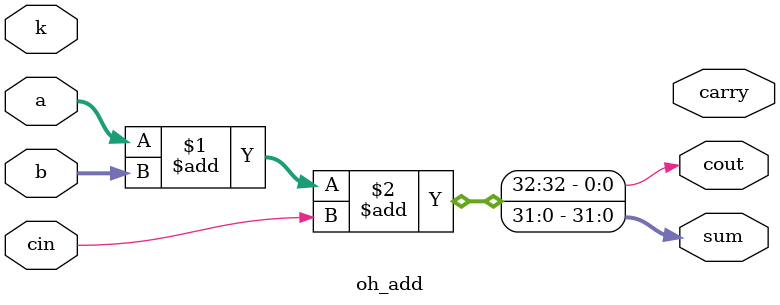
<source format=v>

module oh_add
  #(parameter N    = 32,        // block width
    parameter SYN  = "TRUE",    // synthesizable
    parameter TYPE = "DEFAULT"  // implementation type
    )
   (//inputs
    input [N-1:0]  a, // first operand
    input [N-1:0]  b, // second operand
    input [N-1:0]  k, // carrry kill signal (active high)
    input 	   cin,// carry in
    //outputs
    output [N-1:0] sum,// sum
    output [N-1:0] carry,// complete carry out vector
    output 	   cout// carry out from msb
    );

   generate
      if(SYN == "TRUE")  begin
	 assign {cout,sum[N-1:0]} = a[N-1:0] + b[N-1:0] + cin;
      end
      else begin
	 asic_add #(.TYPE(TYPE),
		    .N(N))
	 asic_add (// Outputs
		   .sum		(sum[N-1:0]),
		   .carry	(carry[N-1:0]),
		   .cout	(cout),
		   // Inputs
		   .a		(a[N-1:0]),
		   .b		(b[N-1:0]),
		   .k		(k[N-1:0]),
		   .cin		(cin));

      end
   endgenerate
endmodule

</source>
